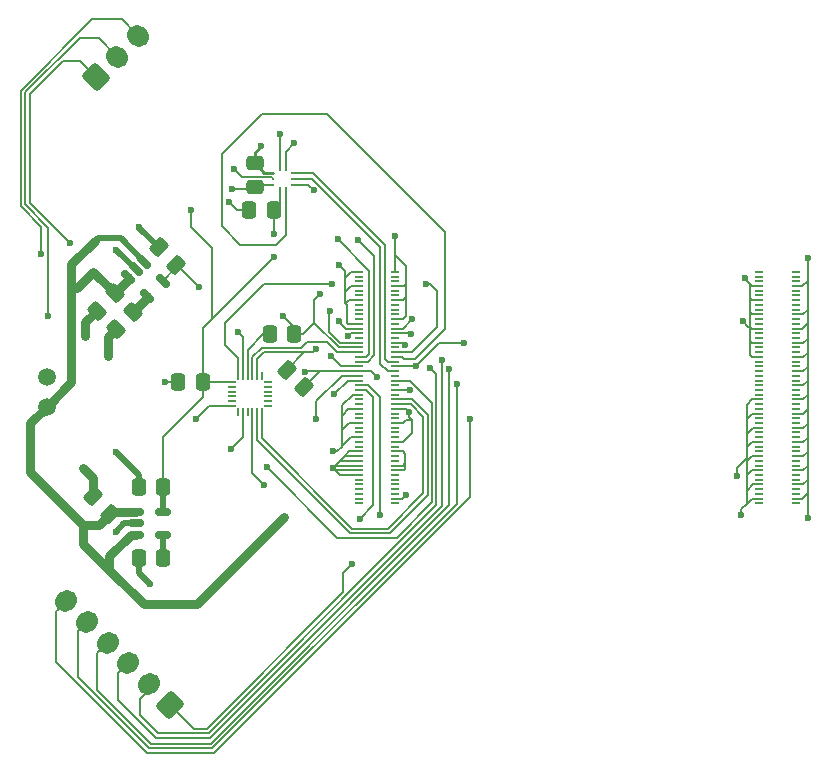
<source format=gbr>
%TF.GenerationSoftware,KiCad,Pcbnew,8.0.4*%
%TF.CreationDate,2025-02-21T19:34:28-08:00*%
%TF.ProjectId,IO:Sensor Board,494f3a53-656e-4736-9f72-20426f617264,rev?*%
%TF.SameCoordinates,Original*%
%TF.FileFunction,Copper,L1,Top*%
%TF.FilePolarity,Positive*%
%FSLAX46Y46*%
G04 Gerber Fmt 4.6, Leading zero omitted, Abs format (unit mm)*
G04 Created by KiCad (PCBNEW 8.0.4) date 2025-02-21 19:34:28*
%MOMM*%
%LPD*%
G01*
G04 APERTURE LIST*
G04 Aperture macros list*
%AMRoundRect*
0 Rectangle with rounded corners*
0 $1 Rounding radius*
0 $2 $3 $4 $5 $6 $7 $8 $9 X,Y pos of 4 corners*
0 Add a 4 corners polygon primitive as box body*
4,1,4,$2,$3,$4,$5,$6,$7,$8,$9,$2,$3,0*
0 Add four circle primitives for the rounded corners*
1,1,$1+$1,$2,$3*
1,1,$1+$1,$4,$5*
1,1,$1+$1,$6,$7*
1,1,$1+$1,$8,$9*
0 Add four rect primitives between the rounded corners*
20,1,$1+$1,$2,$3,$4,$5,0*
20,1,$1+$1,$4,$5,$6,$7,0*
20,1,$1+$1,$6,$7,$8,$9,0*
20,1,$1+$1,$8,$9,$2,$3,0*%
%AMHorizOval*
0 Thick line with rounded ends*
0 $1 width*
0 $2 $3 position (X,Y) of the first rounded end (center of the circle)*
0 $4 $5 position (X,Y) of the second rounded end (center of the circle)*
0 Add line between two ends*
20,1,$1,$2,$3,$4,$5,0*
0 Add two circle primitives to create the rounded ends*
1,1,$1,$2,$3*
1,1,$1,$4,$5*%
G04 Aperture macros list end*
%TA.AperFunction,SMDPad,CuDef*%
%ADD10RoundRect,0.150000X-0.468458X0.256326X0.256326X-0.468458X0.468458X-0.256326X-0.256326X0.468458X0*%
%TD*%
%TA.AperFunction,SMDPad,CuDef*%
%ADD11RoundRect,0.150000X-0.512500X-0.150000X0.512500X-0.150000X0.512500X0.150000X-0.512500X0.150000X0*%
%TD*%
%TA.AperFunction,SMDPad,CuDef*%
%ADD12RoundRect,0.250000X-0.574524X-0.097227X-0.097227X-0.574524X0.574524X0.097227X0.097227X0.574524X0*%
%TD*%
%TA.AperFunction,SMDPad,CuDef*%
%ADD13RoundRect,0.250000X-0.337500X-0.475000X0.337500X-0.475000X0.337500X0.475000X-0.337500X0.475000X0*%
%TD*%
%TA.AperFunction,SMDPad,CuDef*%
%ADD14RoundRect,0.250000X0.097227X-0.574524X0.574524X-0.097227X-0.097227X0.574524X-0.574524X0.097227X0*%
%TD*%
%TA.AperFunction,ComponentPad*%
%ADD15HorizOval,1.700000X-0.088388X0.088388X0.088388X-0.088388X0*%
%TD*%
%TA.AperFunction,ComponentPad*%
%ADD16RoundRect,0.250000X0.088388X-0.936916X0.936916X-0.088388X-0.088388X0.936916X-0.936916X0.088388X0*%
%TD*%
%TA.AperFunction,SMDPad,CuDef*%
%ADD17RoundRect,0.250000X0.337500X0.475000X-0.337500X0.475000X-0.337500X-0.475000X0.337500X-0.475000X0*%
%TD*%
%TA.AperFunction,SMDPad,CuDef*%
%ADD18R,0.700000X0.200000*%
%TD*%
%TA.AperFunction,SMDPad,CuDef*%
%ADD19R,0.254000X0.254000*%
%TD*%
%TA.AperFunction,SMDPad,CuDef*%
%ADD20R,0.254000X0.279400*%
%TD*%
%TA.AperFunction,ComponentPad*%
%ADD21C,1.498600*%
%TD*%
%TA.AperFunction,SMDPad,CuDef*%
%ADD22RoundRect,0.250000X0.475000X-0.337500X0.475000X0.337500X-0.475000X0.337500X-0.475000X-0.337500X0*%
%TD*%
%TA.AperFunction,SMDPad,CuDef*%
%ADD23R,0.203200X0.660400*%
%TD*%
%TA.AperFunction,SMDPad,CuDef*%
%ADD24R,0.660400X0.203200*%
%TD*%
%TA.AperFunction,ComponentPad*%
%ADD25HorizOval,1.700000X0.088388X0.088388X-0.088388X-0.088388X0*%
%TD*%
%TA.AperFunction,ComponentPad*%
%ADD26RoundRect,0.250000X0.936916X0.088388X0.088388X0.936916X-0.936916X-0.088388X-0.088388X-0.936916X0*%
%TD*%
%TA.AperFunction,ViaPad*%
%ADD27C,0.600000*%
%TD*%
%TA.AperFunction,Conductor*%
%ADD28C,0.750000*%
%TD*%
%TA.AperFunction,Conductor*%
%ADD29C,0.200000*%
%TD*%
%TA.AperFunction,Conductor*%
%ADD30C,0.175000*%
%TD*%
%TA.AperFunction,Conductor*%
%ADD31C,0.500000*%
%TD*%
%TA.AperFunction,Conductor*%
%ADD32C,0.250000*%
%TD*%
G04 APERTURE END LIST*
D10*
%TO.P,U5,1,IN*%
%TO.N,+5V*%
X142017417Y-93523915D03*
%TO.P,U5,2,GND*%
%TO.N,GND*%
X141345666Y-94195666D03*
%TO.P,U5,3,EN*%
%TO.N,+5V*%
X140673915Y-94867417D03*
%TO.P,U5,4,BP*%
%TO.N,Net-(U5-BP)*%
X142282583Y-96476085D03*
%TO.P,U5,5,OUT*%
%TO.N,+1.8V*%
X143626085Y-95132583D03*
%TD*%
D11*
%TO.P,U3,5,OUT*%
%TO.N,+3.3V_b*%
X143650000Y-114750000D03*
%TO.P,U3,4,BP*%
%TO.N,Net-(U3-BP)*%
X143650000Y-116650000D03*
%TO.P,U3,3,EN*%
%TO.N,+5V*%
X141375000Y-116650000D03*
%TO.P,U3,2,GND*%
%TO.N,GND*%
X141375000Y-115700000D03*
%TO.P,U3,1,IN*%
%TO.N,+5V*%
X141375000Y-114750000D03*
%TD*%
D12*
%TO.P,C8,2*%
%TO.N,+1.8V*%
X144766294Y-93797919D03*
%TO.P,C8,1*%
%TO.N,GND*%
X143299048Y-92330673D03*
%TD*%
D13*
%TO.P,C7,2*%
%TO.N,+3.3V_b*%
X143650000Y-112650000D03*
%TO.P,C7,1*%
%TO.N,GND*%
X141575000Y-112650000D03*
%TD*%
D14*
%TO.P,C6,2*%
%TO.N,Net-(U5-BP)*%
X141115856Y-97801911D03*
%TO.P,C6,1*%
%TO.N,GND*%
X139648610Y-99269157D03*
%TD*%
D13*
%TO.P,C5,2*%
%TO.N,Net-(U3-BP)*%
X143650000Y-118650000D03*
%TO.P,C5,1*%
%TO.N,GND*%
X141575000Y-118650000D03*
%TD*%
D14*
%TO.P,C4,2*%
%TO.N,+5V*%
X139524865Y-96210920D03*
%TO.P,C4,1*%
%TO.N,GND*%
X138057619Y-97678166D03*
%TD*%
D12*
%TO.P,C1,1*%
%TO.N,GND*%
X137666377Y-113416377D03*
%TO.P,C1,2*%
%TO.N,+5V*%
X139133623Y-114883623D03*
%TD*%
D15*
%TO.P,J1,3,3*%
%TO.N,PYRO_3*%
X141500000Y-74400000D03*
%TO.P,J1,2,2*%
%TO.N,PYRO_2*%
X139732233Y-76167767D03*
D16*
%TO.P,J1,1,1*%
%TO.N,PYRO_1*%
X137964466Y-77935534D03*
%TD*%
D17*
%TO.P,C3,2*%
%TO.N,GND*%
X150925000Y-89150000D03*
%TO.P,C3,1*%
%TO.N,+3.3V_b*%
X153000000Y-89150000D03*
%TD*%
D18*
%TO.P,Module1,1,GND*%
%TO.N,GND*%
X160199850Y-94400000D03*
%TO.P,Module1,2,GND*%
X163279850Y-94400000D03*
%TO.P,Module1,3,Ethernet_Pair3_P*%
%TO.N,unconnected-(Module1A-Ethernet_Pair3_P-Pad3)*%
X160199850Y-94800000D03*
%TO.P,Module1,4,Ethernet_Pair1_P*%
%TO.N,unconnected-(Module1A-Ethernet_Pair1_P-Pad4)*%
X163279850Y-94800000D03*
%TO.P,Module1,5,Ethernet_Pair3_N*%
%TO.N,unconnected-(Module1A-Ethernet_Pair3_N-Pad5)*%
X160199850Y-95200000D03*
%TO.P,Module1,6,Ethernet_Pair1_N*%
%TO.N,unconnected-(Module1A-Ethernet_Pair1_N-Pad6)*%
X163279850Y-95200000D03*
%TO.P,Module1,7,GND*%
%TO.N,GND*%
X160199850Y-95600000D03*
%TO.P,Module1,8,GND*%
X163279850Y-95600000D03*
%TO.P,Module1,9,Ethernet_Pair2_N*%
%TO.N,unconnected-(Module1A-Ethernet_Pair2_N-Pad9)*%
X160199850Y-96000000D03*
%TO.P,Module1,10,Ethernet_Pair0_N*%
%TO.N,unconnected-(Module1A-Ethernet_Pair0_N-Pad10)*%
X163279850Y-96000000D03*
%TO.P,Module1,11,Ethernet_Pair2_P*%
%TO.N,unconnected-(Module1A-Ethernet_Pair2_P-Pad11)*%
X160199850Y-96400000D03*
%TO.P,Module1,12,Ethernet_Pair0_P*%
%TO.N,unconnected-(Module1A-Ethernet_Pair0_P-Pad12)*%
X163279850Y-96400000D03*
%TO.P,Module1,13,GND*%
%TO.N,GND*%
X160199850Y-96800000D03*
%TO.P,Module1,14,GND*%
X163279850Y-96800000D03*
%TO.P,Module1,15,Ethernet_nLED3(3.3v)*%
%TO.N,unconnected-(Module1A-Ethernet_nLED3(3.3v)-Pad15)*%
X160199850Y-97200000D03*
%TO.P,Module1,16,Ethernet_SYNC_IN(1.8v)*%
%TO.N,unconnected-(Module1A-Ethernet_SYNC_IN(1.8v)-Pad16)*%
X163279850Y-97200000D03*
%TO.P,Module1,17,Ethernet_nLED2(3.3v)*%
%TO.N,unconnected-(Module1A-Ethernet_nLED2(3.3v)-Pad17)*%
X160199850Y-97600000D03*
%TO.P,Module1,18,Ethernet_SYNC_OUT(1.8v)*%
%TO.N,unconnected-(Module1A-Ethernet_SYNC_OUT(1.8v)-Pad18)*%
X163279850Y-97600000D03*
%TO.P,Module1,19,Ethernet_nLED1(3.3v)*%
%TO.N,unconnected-(Module1A-Ethernet_nLED1(3.3v)-Pad19)*%
X160199850Y-98000000D03*
%TO.P,Module1,20,EEPROM_nWP*%
%TO.N,unconnected-(Module1A-EEPROM_nWP-Pad20)*%
X163279850Y-98000000D03*
%TO.P,Module1,21,PI_nLED_Activity*%
%TO.N,unconnected-(Module1A-PI_nLED_Activity-Pad21)*%
X160199850Y-98400000D03*
%TO.P,Module1,22,GND*%
%TO.N,GND*%
X163279850Y-98400000D03*
%TO.P,Module1,23,GND*%
X160199850Y-98800000D03*
%TO.P,Module1,24,GPIO26*%
%TO.N,unconnected-(Module1A-GPIO26-Pad24)*%
X163279850Y-98800000D03*
%TO.P,Module1,25,GPIO21*%
%TO.N,PYRO_4*%
X160199850Y-99200000D03*
%TO.P,Module1,26,GPIO19*%
%TO.N,SERVO_3*%
X163279850Y-99200000D03*
%TO.P,Module1,27,GPIO20*%
%TO.N,PYRO_5*%
X160199850Y-99600000D03*
%TO.P,Module1,28,GPIO13*%
%TO.N,SERVO_2*%
X163279850Y-99600000D03*
%TO.P,Module1,29,GPIO16*%
%TO.N,unconnected-(Module1A-GPIO16-Pad29)*%
X160199850Y-100000000D03*
%TO.P,Module1,30,GPIO6*%
%TO.N,unconnected-(Module1A-GPIO6-Pad30)*%
X163279850Y-100000000D03*
%TO.P,Module1,31,GPIO12*%
%TO.N,SERVO_4*%
X160199850Y-100400000D03*
%TO.P,Module1,32,GND*%
%TO.N,GND*%
X163279850Y-100400000D03*
%TO.P,Module1,33,GND*%
X160199850Y-100800000D03*
%TO.P,Module1,34,GPIO5*%
%TO.N,unconnected-(Module1A-GPIO5-Pad34)*%
X163279850Y-100800000D03*
%TO.P,Module1,35,ID_SC*%
%TO.N,ICM_MISO*%
X160199850Y-101200000D03*
%TO.P,Module1,36,ID_SD*%
%TO.N,ICM_INT*%
X163279850Y-101200000D03*
%TO.P,Module1,37,GPIO7*%
%TO.N,BMP_CS*%
X160199850Y-101600000D03*
%TO.P,Module1,38,GPIO11*%
%TO.N,BMP_CLK*%
X163279850Y-101600000D03*
%TO.P,Module1,39,GPIO8*%
%TO.N,BMP_INT*%
X160199850Y-102000000D03*
%TO.P,Module1,40,GPIO9*%
%TO.N,BMP_MISO*%
X163279850Y-102000000D03*
%TO.P,Module1,41,GPIO25*%
%TO.N,PYRO_1*%
X160199850Y-102400000D03*
%TO.P,Module1,42,GND*%
%TO.N,GND*%
X163279850Y-102400000D03*
%TO.P,Module1,43,GND*%
X160199850Y-102800000D03*
%TO.P,Module1,44,GPIO10*%
%TO.N,BMP_MOSI*%
X163279850Y-102800000D03*
%TO.P,Module1,45,GPIO24*%
%TO.N,ICM_CS*%
X160199850Y-103200000D03*
%TO.P,Module1,46,GPIO22*%
%TO.N,unconnected-(Module1A-GPIO22-Pad46)*%
X163279850Y-103200000D03*
%TO.P,Module1,47,GPIO23*%
%TO.N,PYRO_3*%
X160199850Y-103600000D03*
%TO.P,Module1,48,GPIO27*%
%TO.N,FSYNC*%
X163279850Y-103600000D03*
%TO.P,Module1,49,GPIO18*%
%TO.N,SERVO_1*%
X160199850Y-104000000D03*
%TO.P,Module1,50,GPIO17*%
%TO.N,unconnected-(Module1A-GPIO17-Pad50)*%
X163279850Y-104000000D03*
%TO.P,Module1,51,GPIO15*%
%TO.N,PYRO_2*%
X160199850Y-104400000D03*
%TO.P,Module1,52,GND*%
%TO.N,GND*%
X163279850Y-104400000D03*
%TO.P,Module1,53,GND*%
X160199850Y-104800000D03*
%TO.P,Module1,54,GPIO4*%
%TO.N,unconnected-(Module1A-GPIO4-Pad54)*%
X163279850Y-104800000D03*
%TO.P,Module1,55,GPIO14*%
%TO.N,unconnected-(Module1A-GPIO14-Pad55)*%
X160199850Y-105200000D03*
%TO.P,Module1,56,GPIO3*%
%TO.N,ICM_CLK*%
X163279850Y-105200000D03*
%TO.P,Module1,57,SD_CLK*%
%TO.N,unconnected-(Module1A-SD_CLK-Pad57)*%
X160199850Y-105600000D03*
%TO.P,Module1,58,GPIO2*%
%TO.N,ICM_MOSI*%
X163279850Y-105600000D03*
%TO.P,Module1,59,GND*%
%TO.N,GND*%
X160199850Y-106000000D03*
%TO.P,Module1,60,GND*%
X163279850Y-106000000D03*
%TO.P,Module1,61,SD_DAT3*%
%TO.N,unconnected-(Module1A-SD_DAT3-Pad61)*%
X160199850Y-106400000D03*
%TO.P,Module1,62,SD_CMD*%
%TO.N,unconnected-(Module1A-SD_CMD-Pad62)*%
X163279850Y-106400000D03*
%TO.P,Module1,63,SD_DAT0*%
%TO.N,unconnected-(Module1A-SD_DAT0-Pad63)*%
X160199850Y-106800000D03*
%TO.P,Module1,64,SD_DAT5*%
%TO.N,unconnected-(Module1A-SD_DAT5-Pad64)*%
X163279850Y-106800000D03*
%TO.P,Module1,65,GND*%
%TO.N,GND*%
X160199850Y-107200000D03*
%TO.P,Module1,66,GND*%
X163279850Y-107200000D03*
%TO.P,Module1,67,SD_DAT1*%
%TO.N,unconnected-(Module1A-SD_DAT1-Pad67)*%
X160199850Y-107600000D03*
%TO.P,Module1,68,SD_DAT4*%
%TO.N,unconnected-(Module1A-SD_DAT4-Pad68)*%
X163279850Y-107600000D03*
%TO.P,Module1,69,SD_DAT2*%
%TO.N,unconnected-(Module1A-SD_DAT2-Pad69)*%
X160199850Y-108000000D03*
%TO.P,Module1,70,SD_DAT7*%
%TO.N,unconnected-(Module1A-SD_DAT7-Pad70)*%
X163279850Y-108000000D03*
%TO.P,Module1,71,GND*%
%TO.N,GND*%
X160199850Y-108400000D03*
%TO.P,Module1,72,SD_DAT6*%
%TO.N,unconnected-(Module1A-SD_DAT6-Pad72)*%
X163279850Y-108400000D03*
%TO.P,Module1,73,SD_VDD_Override*%
%TO.N,unconnected-(Module1A-SD_VDD_Override-Pad73)*%
X160199850Y-108800000D03*
%TO.P,Module1,74,GND*%
%TO.N,GND*%
X163279850Y-108800000D03*
%TO.P,Module1,75,SD_PWR_ON*%
%TO.N,unconnected-(Module1A-SD_PWR_ON-Pad75)*%
X160199850Y-109200000D03*
%TO.P,Module1,76,Reserved*%
%TO.N,unconnected-(Module1A-Reserved-Pad76)*%
X163279850Y-109200000D03*
%TO.P,Module1,77,+5v_(Input)*%
%TO.N,+5V*%
X160199850Y-109600000D03*
%TO.P,Module1,78,GPIO_VREF(1.8v/3.3v_Input)*%
%TO.N,+3.3V_a*%
X163279850Y-109600000D03*
%TO.P,Module1,79,+5v_(Input)*%
%TO.N,+5V*%
X160199850Y-110000000D03*
%TO.P,Module1,80,SCL0*%
%TO.N,SCL_1*%
X163279850Y-110000000D03*
%TO.P,Module1,81,+5v_(Input)*%
%TO.N,+5V*%
X160199850Y-110400000D03*
%TO.P,Module1,82,SDA0*%
%TO.N,SDA_1*%
X163279850Y-110400000D03*
%TO.P,Module1,83,+5v_(Input)*%
%TO.N,+5V*%
X160199850Y-110800000D03*
%TO.P,Module1,84,+3.3v_(Output)*%
%TO.N,+3.3V_a*%
X163279850Y-110800000D03*
%TO.P,Module1,85,+5v_(Input)*%
%TO.N,+5V*%
X160199850Y-111200000D03*
%TO.P,Module1,86,+3.3v_(Output)*%
%TO.N,+3.3V_a*%
X163279850Y-111200000D03*
%TO.P,Module1,87,+5v_(Input)*%
%TO.N,+5V*%
X160199850Y-111600000D03*
%TO.P,Module1,88,+1.8v_(Output)*%
%TO.N,unconnected-(Module1A-+1.8v_(Output)-Pad88)*%
X163279850Y-111600000D03*
%TO.P,Module1,89,WiFi_nDisable*%
%TO.N,unconnected-(Module1A-WiFi_nDisable-Pad89)*%
X160199850Y-112000000D03*
%TO.P,Module1,90,+1.8v_(Output)*%
%TO.N,unconnected-(Module1A-+1.8v_(Output)-Pad90)*%
X163279850Y-112000000D03*
%TO.P,Module1,91,BT_nDisable*%
%TO.N,unconnected-(Module1A-BT_nDisable-Pad91)*%
X160199850Y-112400000D03*
%TO.P,Module1,92,RUN_PG*%
%TO.N,unconnected-(Module1A-RUN_PG-Pad92)*%
X163279850Y-112400000D03*
%TO.P,Module1,93,nRPIBOOT*%
%TO.N,unconnected-(Module1A-nRPIBOOT-Pad93)*%
X160199850Y-112800000D03*
%TO.P,Module1,94,AnalogIP1*%
%TO.N,unconnected-(Module1A-AnalogIP1-Pad94)*%
X163279850Y-112800000D03*
%TO.P,Module1,95,nPI_LED_PWR*%
%TO.N,unconnected-(Module1A-nPI_LED_PWR-Pad95)*%
X160199850Y-113200000D03*
%TO.P,Module1,96,AnalogIP0*%
%TO.N,unconnected-(Module1A-AnalogIP0-Pad96)*%
X163279850Y-113200000D03*
%TO.P,Module1,97,Camera_GPIO*%
%TO.N,unconnected-(Module1A-Camera_GPIO-Pad97)*%
X160199850Y-113600000D03*
%TO.P,Module1,98,GND*%
%TO.N,GND*%
X163279850Y-113600000D03*
%TO.P,Module1,99,Global_EN*%
%TO.N,unconnected-(Module1A-Global_EN-Pad99)*%
X160199850Y-114000000D03*
%TO.P,Module1,100,nEXTRST*%
%TO.N,unconnected-(Module1A-nEXTRST-Pad100)*%
X163279850Y-114000000D03*
%TO.P,Module1,101,USB_OTG_ID*%
%TO.N,unconnected-(Module1B-USB_OTG_ID-Pad101)*%
X194119850Y-94400000D03*
%TO.P,Module1,102,PCIe_CLK_nREQ*%
%TO.N,unconnected-(Module1B-PCIe_CLK_nREQ-Pad102)*%
X197199850Y-94400000D03*
%TO.P,Module1,103,USB2_N*%
%TO.N,unconnected-(Module1B-USB2_N-Pad103)*%
X194119850Y-94800000D03*
%TO.P,Module1,104,Reserved*%
%TO.N,unconnected-(Module1B-Reserved-Pad104)*%
X197199850Y-94800000D03*
%TO.P,Module1,105,USB2_P*%
%TO.N,unconnected-(Module1B-USB2_P-Pad105)*%
X194119850Y-95200000D03*
%TO.P,Module1,106,Reserved*%
%TO.N,unconnected-(Module1B-Reserved-Pad106)*%
X197199850Y-95200000D03*
%TO.P,Module1,107,GND*%
%TO.N,GND*%
X194119850Y-95600000D03*
%TO.P,Module1,108,GND*%
X197199850Y-95600000D03*
%TO.P,Module1,109,PCIe_nRST*%
%TO.N,unconnected-(Module1B-PCIe_nRST-Pad109)*%
X194119850Y-96000000D03*
%TO.P,Module1,110,PCIe_CLK_P*%
%TO.N,unconnected-(Module1B-PCIe_CLK_P-Pad110)*%
X197199850Y-96000000D03*
%TO.P,Module1,111,VDAC_COMP*%
%TO.N,unconnected-(Module1B-VDAC_COMP-Pad111)*%
X194119850Y-96400000D03*
%TO.P,Module1,112,PCIe_CLK_N*%
%TO.N,unconnected-(Module1B-PCIe_CLK_N-Pad112)*%
X197199850Y-96400000D03*
%TO.P,Module1,113,GND*%
%TO.N,GND*%
X194119850Y-96800000D03*
%TO.P,Module1,114,GND*%
%TO.N,unconnected-(Module1B-GND-Pad114)*%
X197199850Y-96800000D03*
%TO.P,Module1,115,CAM1_D0_N*%
%TO.N,unconnected-(Module1B-CAM1_D0_N-Pad115)*%
X194119850Y-97200000D03*
%TO.P,Module1,116,PCIe_RX_P*%
%TO.N,unconnected-(Module1B-PCIe_RX_P-Pad116)*%
X197199850Y-97200000D03*
%TO.P,Module1,117,CAM1_D0_P*%
%TO.N,unconnected-(Module1B-CAM1_D0_P-Pad117)*%
X194119850Y-97600000D03*
%TO.P,Module1,118,PCIe_RX_N*%
%TO.N,unconnected-(Module1B-PCIe_RX_N-Pad118)*%
X197199850Y-97600000D03*
%TO.P,Module1,119,GND*%
%TO.N,GND*%
X194119850Y-98000000D03*
%TO.P,Module1,120,GND*%
X197199850Y-98000000D03*
%TO.P,Module1,121,CAM1_D1_N*%
%TO.N,unconnected-(Module1B-CAM1_D1_N-Pad121)*%
X194119850Y-98400000D03*
%TO.P,Module1,122,PCIe_TX_P*%
%TO.N,unconnected-(Module1B-PCIe_TX_P-Pad122)*%
X197199850Y-98400000D03*
%TO.P,Module1,123,CAM1_D1_P*%
%TO.N,unconnected-(Module1B-CAM1_D1_P-Pad123)*%
X194119850Y-98800000D03*
%TO.P,Module1,124,PCIe_TX_N*%
%TO.N,unconnected-(Module1B-PCIe_TX_N-Pad124)*%
X197199850Y-98800000D03*
%TO.P,Module1,125,GND*%
%TO.N,GND*%
X194119850Y-99200000D03*
%TO.P,Module1,126,GND*%
X197199850Y-99200000D03*
%TO.P,Module1,127,CAM1_C_N*%
%TO.N,unconnected-(Module1B-CAM1_C_N-Pad127)*%
X194119850Y-99600000D03*
%TO.P,Module1,128,CAM0_D0_N*%
%TO.N,unconnected-(Module1B-CAM0_D0_N-Pad128)*%
X197199850Y-99600000D03*
%TO.P,Module1,129,CAM1_C_P*%
%TO.N,unconnected-(Module1B-CAM1_C_P-Pad129)*%
X194119850Y-100000000D03*
%TO.P,Module1,130,CAM0_D0_P*%
%TO.N,unconnected-(Module1B-CAM0_D0_P-Pad130)*%
X197199850Y-100000000D03*
%TO.P,Module1,131,GND*%
%TO.N,GND*%
X194119850Y-100400000D03*
%TO.P,Module1,132,GND*%
X197199850Y-100400000D03*
%TO.P,Module1,133,CAM1_D2_N*%
%TO.N,unconnected-(Module1B-CAM1_D2_N-Pad133)*%
X194119850Y-100800000D03*
%TO.P,Module1,134,CAM0_D1_N*%
%TO.N,unconnected-(Module1B-CAM0_D1_N-Pad134)*%
X197199850Y-100800000D03*
%TO.P,Module1,135,CAM1_D2_P*%
%TO.N,unconnected-(Module1B-CAM1_D2_P-Pad135)*%
X194119850Y-101200000D03*
%TO.P,Module1,136,CAM0_D1_P*%
%TO.N,unconnected-(Module1B-CAM0_D1_P-Pad136)*%
X197199850Y-101200000D03*
%TO.P,Module1,137,GND*%
%TO.N,GND*%
X194119850Y-101600000D03*
%TO.P,Module1,138,GND*%
X197199850Y-101600000D03*
%TO.P,Module1,139,CAM1_D3_N*%
%TO.N,unconnected-(Module1B-CAM1_D3_N-Pad139)*%
X194119850Y-102000000D03*
%TO.P,Module1,140,CAM0_C_N*%
%TO.N,unconnected-(Module1B-CAM0_C_N-Pad140)*%
X197199850Y-102000000D03*
%TO.P,Module1,141,CAM1_D3_P*%
%TO.N,unconnected-(Module1B-CAM1_D3_P-Pad141)*%
X194119850Y-102400000D03*
%TO.P,Module1,142,CAM0_C_P*%
%TO.N,unconnected-(Module1B-CAM0_C_P-Pad142)*%
X197199850Y-102400000D03*
%TO.P,Module1,143,HDMI1_HOTPLUG*%
%TO.N,unconnected-(Module1B-HDMI1_HOTPLUG-Pad143)*%
X194119850Y-102800000D03*
%TO.P,Module1,144,GND*%
%TO.N,GND*%
X197199850Y-102800000D03*
%TO.P,Module1,145,HDMI1_SDA*%
%TO.N,unconnected-(Module1B-HDMI1_SDA-Pad145)*%
X194119850Y-103200000D03*
%TO.P,Module1,146,HDMI1_TX2_P*%
%TO.N,unconnected-(Module1B-HDMI1_TX2_P-Pad146)*%
X197199850Y-103200000D03*
%TO.P,Module1,147,HDMI1_SCL*%
%TO.N,unconnected-(Module1B-HDMI1_SCL-Pad147)*%
X194119850Y-103600000D03*
%TO.P,Module1,148,HDMI1_TX2_N*%
%TO.N,unconnected-(Module1B-HDMI1_TX2_N-Pad148)*%
X197199850Y-103600000D03*
%TO.P,Module1,149,HDMI1_CEC*%
%TO.N,unconnected-(Module1B-HDMI1_CEC-Pad149)*%
X194119850Y-104000000D03*
%TO.P,Module1,150,GND*%
%TO.N,GND*%
X197199850Y-104000000D03*
%TO.P,Module1,151,HDMI0_CEC*%
%TO.N,unconnected-(Module1B-HDMI0_CEC-Pad151)*%
X194119850Y-104400000D03*
%TO.P,Module1,152,HDMI1_TX1_P*%
%TO.N,unconnected-(Module1B-HDMI1_TX1_P-Pad152)*%
X197199850Y-104400000D03*
%TO.P,Module1,153,HDMI0_HOTPLUG*%
%TO.N,unconnected-(Module1B-HDMI0_HOTPLUG-Pad153)*%
X194119850Y-104800000D03*
%TO.P,Module1,154,HDMI1_TX1_N*%
%TO.N,unconnected-(Module1B-HDMI1_TX1_N-Pad154)*%
X197199850Y-104800000D03*
%TO.P,Module1,155,GND*%
%TO.N,GND*%
X194119850Y-105200000D03*
%TO.P,Module1,156,GND*%
X197199850Y-105200000D03*
%TO.P,Module1,157,DSI0_D0_N*%
%TO.N,unconnected-(Module1B-DSI0_D0_N-Pad157)*%
X194119850Y-105600000D03*
%TO.P,Module1,158,HDMI1_TX0_P*%
%TO.N,unconnected-(Module1B-HDMI1_TX0_P-Pad158)*%
X197199850Y-105600000D03*
%TO.P,Module1,159,DSI0_D0_P*%
%TO.N,unconnected-(Module1B-DSI0_D0_P-Pad159)*%
X194119850Y-106000000D03*
%TO.P,Module1,160,HDMI1_TX0_N*%
%TO.N,unconnected-(Module1B-HDMI1_TX0_N-Pad160)*%
X197199850Y-106000000D03*
%TO.P,Module1,161,GND*%
%TO.N,GND*%
X194119850Y-106400000D03*
%TO.P,Module1,162,GND*%
X197199850Y-106400000D03*
%TO.P,Module1,163,DSI0_D1_N*%
%TO.N,unconnected-(Module1B-DSI0_D1_N-Pad163)*%
X194119850Y-106800000D03*
%TO.P,Module1,164,HDMI1_CLK_P*%
%TO.N,unconnected-(Module1B-HDMI1_CLK_P-Pad164)*%
X197199850Y-106800000D03*
%TO.P,Module1,165,DSI0_D1_P*%
%TO.N,unconnected-(Module1B-DSI0_D1_P-Pad165)*%
X194119850Y-107200000D03*
%TO.P,Module1,166,HDMI1_CLK_N*%
%TO.N,unconnected-(Module1B-HDMI1_CLK_N-Pad166)*%
X197199850Y-107200000D03*
%TO.P,Module1,167,GND*%
%TO.N,GND*%
X194119850Y-107600000D03*
%TO.P,Module1,168,GND*%
X197199850Y-107600000D03*
%TO.P,Module1,169,DSI0_C_N*%
%TO.N,unconnected-(Module1B-DSI0_C_N-Pad169)*%
X194119850Y-108000000D03*
%TO.P,Module1,170,HDMI0_TX2_P*%
%TO.N,unconnected-(Module1B-HDMI0_TX2_P-Pad170)*%
X197199850Y-108000000D03*
%TO.P,Module1,171,DSI0_C_P*%
%TO.N,unconnected-(Module1B-DSI0_C_P-Pad171)*%
X194119850Y-108400000D03*
%TO.P,Module1,172,HDMI0_TX2_N*%
%TO.N,unconnected-(Module1B-HDMI0_TX2_N-Pad172)*%
X197199850Y-108400000D03*
%TO.P,Module1,173,GND*%
%TO.N,GND*%
X194119850Y-108800000D03*
%TO.P,Module1,174,GND*%
X197199850Y-108800000D03*
%TO.P,Module1,175,DSI1_D0_N*%
%TO.N,unconnected-(Module1B-DSI1_D0_N-Pad175)*%
X194119850Y-109200000D03*
%TO.P,Module1,176,HDMI0_TX1_P*%
%TO.N,unconnected-(Module1B-HDMI0_TX1_P-Pad176)*%
X197199850Y-109200000D03*
%TO.P,Module1,177,DSI1_D0_P*%
%TO.N,unconnected-(Module1B-DSI1_D0_P-Pad177)*%
X194119850Y-109600000D03*
%TO.P,Module1,178,HDMI0_TX1_N*%
%TO.N,unconnected-(Module1B-HDMI0_TX1_N-Pad178)*%
X197199850Y-109600000D03*
%TO.P,Module1,179,GND*%
%TO.N,GND*%
X194119850Y-110000000D03*
%TO.P,Module1,180,GND*%
X197199850Y-110000000D03*
%TO.P,Module1,181,DSI1_D1_N*%
%TO.N,unconnected-(Module1B-DSI1_D1_N-Pad181)*%
X194119850Y-110400000D03*
%TO.P,Module1,182,HDMI0_TX0_P*%
%TO.N,unconnected-(Module1B-HDMI0_TX0_P-Pad182)*%
X197199850Y-110400000D03*
%TO.P,Module1,183,DSI1_D1_P*%
%TO.N,unconnected-(Module1B-DSI1_D1_P-Pad183)*%
X194119850Y-110800000D03*
%TO.P,Module1,184,HDMI0_TX0_N*%
%TO.N,unconnected-(Module1B-HDMI0_TX0_N-Pad184)*%
X197199850Y-110800000D03*
%TO.P,Module1,185,GND*%
%TO.N,GND*%
X194119850Y-111200000D03*
%TO.P,Module1,186,GND*%
X197199850Y-111200000D03*
%TO.P,Module1,187,DSI1_C_N*%
%TO.N,unconnected-(Module1B-DSI1_C_N-Pad187)*%
X194119850Y-111600000D03*
%TO.P,Module1,188,HDMI0_CLK_P*%
%TO.N,unconnected-(Module1B-HDMI0_CLK_P-Pad188)*%
X197199850Y-111600000D03*
%TO.P,Module1,189,DSI1_C_P*%
%TO.N,unconnected-(Module1B-DSI1_C_P-Pad189)*%
X194119850Y-112000000D03*
%TO.P,Module1,190,HDMI0_CLK_N*%
%TO.N,unconnected-(Module1B-HDMI0_CLK_N-Pad190)*%
X197199850Y-112000000D03*
%TO.P,Module1,191,GND*%
%TO.N,GND*%
X194119850Y-112400000D03*
%TO.P,Module1,192,GND*%
X197199850Y-112400000D03*
%TO.P,Module1,193,DSI1_D2_N*%
%TO.N,unconnected-(Module1B-DSI1_D2_N-Pad193)*%
X194119850Y-112800000D03*
%TO.P,Module1,194,DSI1_D3_N*%
%TO.N,unconnected-(Module1B-DSI1_D3_N-Pad194)*%
X197199850Y-112800000D03*
%TO.P,Module1,195,DSI1_D2_P*%
%TO.N,unconnected-(Module1B-DSI1_D2_P-Pad195)*%
X194119850Y-113200000D03*
%TO.P,Module1,196,DSI1_D3_P*%
%TO.N,unconnected-(Module1B-DSI1_D3_P-Pad196)*%
X197199850Y-113200000D03*
%TO.P,Module1,197,GND*%
%TO.N,GND*%
X194119850Y-113600000D03*
%TO.P,Module1,198,GND*%
X197199850Y-113600000D03*
%TO.P,Module1,199,HDMI0_SDA*%
%TO.N,unconnected-(Module1B-HDMI0_SDA-Pad199)*%
X194119850Y-114000000D03*
%TO.P,Module1,200,HDMI0_SCL*%
%TO.N,unconnected-(Module1B-HDMI0_SCL-Pad200)*%
X197199850Y-114000000D03*
%TD*%
D19*
%TO.P,U1,10,VDD*%
%TO.N,+3.3V_b*%
X152976999Y-87010300D03*
%TO.P,U1,9,VSS*%
%TO.N,GND*%
X152976999Y-86510301D03*
%TO.P,U1,8,VSS*%
X152976999Y-86010302D03*
D20*
%TO.P,U1,7,INT*%
%TO.N,BMP_INT*%
X153500000Y-85750000D03*
%TO.P,U1,6,CSB*%
%TO.N,BMP_CS*%
X154000000Y-85750000D03*
D19*
%TO.P,U1,5,SDO*%
%TO.N,BMP_MISO*%
X154523001Y-86010302D03*
%TO.P,U1,4,SDI*%
%TO.N,BMP_MOSI*%
X154523001Y-86510301D03*
%TO.P,U1,3,VSS*%
%TO.N,GND*%
X154523001Y-87010300D03*
D20*
%TO.P,U1,2,SCK*%
%TO.N,BMP_CLK*%
X154000000Y-87270602D03*
%TO.P,U1,1,VDDIO*%
%TO.N,+3.3V_b*%
X153500000Y-87270602D03*
%TD*%
D21*
%TO.P,J4,2,2*%
%TO.N,GND*%
X133770199Y-103316600D03*
%TO.P,J4,1,1*%
%TO.N,+5V*%
X133770199Y-105816600D03*
%TD*%
D12*
%TO.P,C12,1*%
%TO.N,+1.8V*%
X154091377Y-102691377D03*
%TO.P,C12,2*%
%TO.N,GND*%
X155558623Y-104158623D03*
%TD*%
D22*
%TO.P,C2,2*%
%TO.N,GND*%
X151375000Y-85175000D03*
%TO.P,C2,1*%
%TO.N,+3.3V_b*%
X151375000Y-87250000D03*
%TD*%
D17*
%TO.P,C11,1*%
%TO.N,+3.3V_b*%
X147000000Y-103750000D03*
%TO.P,C11,2*%
%TO.N,GND*%
X144925000Y-103750000D03*
%TD*%
D23*
%TO.P,U4,24,SDA/SDI*%
%TO.N,ICM_MOSI*%
X152000001Y-106274000D03*
%TO.P,U4,23,SCL/SCLK*%
%TO.N,ICM_CLK*%
X151599999Y-106274000D03*
%TO.P,U4,22,nCS*%
%TO.N,ICM_CS*%
X151200000Y-106274000D03*
%TO.P,U4,21,AUX_DA*%
%TO.N,unconnected-(U4-AUX_DA-Pad21)*%
X150800000Y-106274000D03*
%TO.P,U4,20,RESV_GND*%
%TO.N,GND*%
X150400001Y-106274000D03*
%TO.P,U4,19,RESV*%
%TO.N,unconnected-(U4-RESV-Pad19)*%
X149999999Y-106274000D03*
D24*
%TO.P,U4,18,GND*%
%TO.N,GND*%
X149476000Y-105750001D03*
%TO.P,U4,17,NC*%
%TO.N,unconnected-(U4-NC-Pad17)*%
X149476000Y-105349999D03*
%TO.P,U4,16,NC*%
%TO.N,unconnected-(U4-NC-Pad16)*%
X149476000Y-104950000D03*
%TO.P,U4,15,NC*%
%TO.N,unconnected-(U4-NC-Pad15)*%
X149476000Y-104550000D03*
%TO.P,U4,14,NC*%
%TO.N,unconnected-(U4-NC-Pad14)*%
X149476000Y-104150001D03*
%TO.P,U4,13,VDD*%
%TO.N,+3.3V_b*%
X149476000Y-103749999D03*
D23*
%TO.P,U4,12,INT1*%
%TO.N,ICM_INT*%
X149999999Y-103226000D03*
%TO.P,U4,11,FSYNC*%
%TO.N,FSYNC*%
X150400001Y-103226000D03*
%TO.P,U4,10,REGOUT*%
%TO.N,Net-(U4-REGOUT)*%
X150800000Y-103226000D03*
%TO.P,U4,9,SDO/AD0*%
%TO.N,ICM_MISO*%
X151200000Y-103226000D03*
%TO.P,U4,8,VDDIO*%
%TO.N,+1.8V*%
X151599999Y-103226000D03*
%TO.P,U4,7,AUX_CL*%
%TO.N,unconnected-(U4-AUX_CL-Pad7)*%
X152000001Y-103226000D03*
D24*
%TO.P,U4,6,NC*%
%TO.N,unconnected-(U4-NC-Pad6)*%
X152524000Y-103749999D03*
%TO.P,U4,5,NC*%
%TO.N,unconnected-(U4-NC-Pad5)*%
X152524000Y-104150001D03*
%TO.P,U4,4,NC*%
%TO.N,unconnected-(U4-NC-Pad4)*%
X152524000Y-104550000D03*
%TO.P,U4,3,NC*%
%TO.N,unconnected-(U4-NC-Pad3)*%
X152524000Y-104950000D03*
%TO.P,U4,2,NC*%
%TO.N,unconnected-(U4-NC-Pad2)*%
X152524000Y-105349999D03*
%TO.P,U4,1,NC*%
%TO.N,unconnected-(U4-NC-Pad1)*%
X152524000Y-105750001D03*
%TD*%
D13*
%TO.P,C13,2*%
%TO.N,GND*%
X154737500Y-99700000D03*
%TO.P,C13,1*%
%TO.N,Net-(U4-REGOUT)*%
X152662500Y-99700000D03*
%TD*%
D25*
%TO.P,J3,6,6*%
%TO.N,PYRO_5*%
X135396699Y-122246699D03*
%TO.P,J3,5,5*%
%TO.N,PYRO_4*%
X137164466Y-124014466D03*
%TO.P,J3,4,4*%
%TO.N,SERVO_4*%
X138932233Y-125782233D03*
%TO.P,J3,3,3*%
%TO.N,SERVO_3*%
X140700000Y-127550000D03*
%TO.P,J3,2,2*%
%TO.N,SERVO_2*%
X142467767Y-129317767D03*
D26*
%TO.P,J3,1,1*%
%TO.N,SERVO_1*%
X144235534Y-131085534D03*
%TD*%
D27*
%TO.N,GND*%
X161750000Y-103300000D03*
X169110000Y-100440000D03*
%TO.N,+3.3V_b*%
X149500000Y-87425000D03*
X146025000Y-89200000D03*
%TO.N,GND*%
X149600000Y-85675000D03*
%TO.N,PYRO_3*%
X133325000Y-92900000D03*
X158125000Y-104775000D03*
%TO.N,GND*%
X153775000Y-98125000D03*
%TO.N,PYRO_1*%
X135750000Y-91950000D03*
X157868223Y-101549074D03*
%TO.N,PYRO_5*%
X169650000Y-106875000D03*
%TO.N,PYRO_4*%
X168500000Y-103900000D03*
X158550000Y-98550000D03*
%TO.N,PYRO_5*%
X159300000Y-99812500D03*
%TO.N,GND*%
X158500000Y-93850000D03*
%TO.N,ICM_INT*%
X157900000Y-95400000D03*
X165900000Y-95400000D03*
%TO.N,SERVO_4*%
X157750000Y-97700000D03*
X167837500Y-102600000D03*
%TO.N,SERVO_3*%
X167250000Y-101900000D03*
X164731156Y-98417913D03*
%TO.N,SERVO_2*%
X164650000Y-99650000D03*
%TO.N,SERVO_1*%
X159650000Y-119150000D03*
X161970000Y-114950000D03*
%TO.N,GND*%
X136850000Y-111000000D03*
%TO.N,+5V*%
X153900000Y-115150000D03*
%TO.N,PYRO_2*%
X133925000Y-98125000D03*
X160265000Y-115285000D03*
%TO.N,+3.3V_b*%
X153050000Y-91200000D03*
X153000000Y-93150000D03*
%TO.N,FSYNC*%
X149950000Y-99500000D03*
X152400000Y-110900000D03*
%TO.N,GND*%
X149400000Y-109400000D03*
%TO.N,BMP_CS*%
X154750000Y-83500000D03*
%TO.N,BMP_INT*%
X153500000Y-82687500D03*
%TO.N,BMP_CS*%
X158450000Y-91650000D03*
%TO.N,BMP_INT*%
X160100000Y-91700000D03*
%TO.N,+1.8V*%
X156600000Y-100950000D03*
%TO.N,ICM_CS*%
X152200000Y-112450000D03*
X156600000Y-106875000D03*
%TO.N,GND*%
X146450000Y-106825000D03*
X141619669Y-90580584D03*
X139675127Y-92525127D03*
X139000000Y-101500000D03*
X137050000Y-99800000D03*
X156400000Y-87484202D03*
X149212500Y-88509606D03*
X139650000Y-116400000D03*
X139650000Y-109650000D03*
X151950000Y-83750000D03*
X142550000Y-120850000D03*
%TO.N,+5V*%
X158000000Y-111000000D03*
%TO.N,GND*%
X143800000Y-103750000D03*
X198200000Y-115200000D03*
X198200000Y-93200000D03*
X192200000Y-111700000D03*
X192700000Y-98600000D03*
X192600000Y-115000000D03*
X192900000Y-94900000D03*
X164125000Y-100612500D03*
X164465000Y-106299000D03*
X164211000Y-113284000D03*
X165075000Y-102400000D03*
X164500000Y-104400000D03*
X156960000Y-96300000D03*
X163300000Y-91400000D03*
X157988000Y-109601000D03*
X155650000Y-102860000D03*
%TO.N,+1.8V*%
X146700000Y-95700000D03*
%TO.N,SERVO_2*%
X166250000Y-102550000D03*
%TD*%
D28*
%TO.N,+5V*%
X133770199Y-105816600D02*
X135850000Y-103736799D01*
X135850000Y-103736799D02*
X135850000Y-95800000D01*
X136875000Y-115850000D02*
X132370000Y-111345000D01*
X132370000Y-111345000D02*
X132370000Y-107216799D01*
X132370000Y-107216799D02*
X133770199Y-105816600D01*
D29*
%TO.N,GND*%
X156450996Y-96809004D02*
X156450996Y-98749004D01*
X156960000Y-96300000D02*
X156450996Y-96809004D01*
D28*
%TO.N,+5V*%
X139090000Y-119640000D02*
X136875000Y-117425000D01*
X142000000Y-122550000D02*
X139090000Y-119640000D01*
X139090000Y-119640000D02*
X139090000Y-118460000D01*
X139090000Y-118460000D02*
X140900000Y-116650000D01*
X138167246Y-115850000D02*
X139267246Y-114750000D01*
X139267246Y-114750000D02*
X141375000Y-114750000D01*
D29*
%TO.N,GND*%
X160199850Y-102800000D02*
X157150000Y-102800000D01*
D30*
%TO.N,PYRO_2*%
X160265000Y-115285000D02*
X161412500Y-114137500D01*
X161412500Y-104987650D02*
X160824850Y-104400000D01*
X161412500Y-114137500D02*
X161412500Y-104987650D01*
X160824850Y-104400000D02*
X160199850Y-104400000D01*
%TO.N,FSYNC*%
X163279850Y-103600000D02*
X164530851Y-103600000D01*
X164530851Y-103600000D02*
X166400000Y-105469149D01*
X166400000Y-105469149D02*
X166400000Y-113925000D01*
X166400000Y-113925000D02*
X163430000Y-116895000D01*
X163430000Y-116895000D02*
X158395000Y-116895000D01*
X158395000Y-116895000D02*
X152400000Y-110900000D01*
%TO.N,ICM_MOSI*%
X152000001Y-106274000D02*
X152000001Y-108500001D01*
X152000001Y-108500001D02*
X159645000Y-116145000D01*
X159645000Y-116145000D02*
X162655000Y-116145000D01*
X162655000Y-116145000D02*
X165650000Y-113150000D01*
X165650000Y-113150000D02*
X165650000Y-106653149D01*
X165650000Y-106653149D02*
X164596851Y-105600000D01*
X164596851Y-105600000D02*
X163279850Y-105600000D01*
%TO.N,ICM_CLK*%
X163279850Y-105200000D02*
X164727181Y-105200000D01*
X166025000Y-113305330D02*
X162810330Y-116520000D01*
X164727181Y-105200000D02*
X166025000Y-106497819D01*
X151599999Y-108649999D02*
X151599999Y-106274000D01*
X166025000Y-106497819D02*
X166025000Y-113305330D01*
X162810330Y-116520000D02*
X159470000Y-116520000D01*
X159470000Y-116520000D02*
X151599999Y-108649999D01*
%TO.N,SERVO_1*%
X160955180Y-104000000D02*
X160199850Y-104000000D01*
X161970000Y-114950000D02*
X161970000Y-105014820D01*
X161970000Y-105014820D02*
X160955180Y-104000000D01*
D29*
%TO.N,GND*%
X161750000Y-103300000D02*
X161250000Y-102800000D01*
X161250000Y-102800000D02*
X160199850Y-102800000D01*
X155650000Y-102860000D02*
X155710000Y-102800000D01*
X155710000Y-102800000D02*
X157150000Y-102800000D01*
X167035000Y-100440000D02*
X169110000Y-100440000D01*
X165075000Y-102400000D02*
X167035000Y-100440000D01*
D30*
%TO.N,SERVO_3*%
X139850000Y-130630330D02*
X139850000Y-128400000D01*
X167250000Y-114230330D02*
X147630330Y-133850000D01*
X167250000Y-101900000D02*
X167250000Y-114230330D01*
X147630330Y-133850000D02*
X143069670Y-133850000D01*
X143069670Y-133850000D02*
X139850000Y-130630330D01*
X139850000Y-128400000D02*
X140700000Y-127550000D01*
D29*
%TO.N,GND*%
X156450996Y-98749004D02*
X158501992Y-100800000D01*
X156450996Y-98749004D02*
X155500000Y-99700000D01*
X155500000Y-99700000D02*
X154737500Y-99700000D01*
D30*
X153775000Y-98125000D02*
X154737500Y-99087500D01*
X154737500Y-99087500D02*
X154737500Y-99700000D01*
X149600000Y-85675000D02*
X150300000Y-86375000D01*
X150300000Y-86375000D02*
X152841698Y-86375000D01*
X152841698Y-86375000D02*
X152976999Y-86510301D01*
%TO.N,+3.3V_b*%
X146025000Y-89200000D02*
X146025000Y-90625000D01*
X147762500Y-92362500D02*
X147762500Y-98387500D01*
X146025000Y-90625000D02*
X147762500Y-92362500D01*
D29*
X147000000Y-99150000D02*
X147625000Y-98525000D01*
X147625000Y-98525000D02*
X147762500Y-98387500D01*
D31*
X151200000Y-87425000D02*
X151375000Y-87250000D01*
D30*
X147625000Y-98525000D02*
X153000000Y-93150000D01*
X149500000Y-87425000D02*
X151200000Y-87425000D01*
%TO.N,PYRO_2*%
X133925000Y-98125000D02*
X133925000Y-90655330D01*
X136569670Y-74600000D02*
X138164466Y-74600000D01*
X133925000Y-90655330D02*
X131962500Y-88692830D01*
X131962500Y-88692830D02*
X131962500Y-79207170D01*
X131962500Y-79207170D02*
X136569670Y-74600000D01*
X138164466Y-74600000D02*
X139732233Y-76167767D01*
D32*
%TO.N,GND*%
X151375000Y-85175000D02*
X151375000Y-84325000D01*
X151375000Y-84325000D02*
X151950000Y-83750000D01*
X152976999Y-86010302D02*
X152210302Y-86010302D01*
X152210302Y-86010302D02*
X151375000Y-85175000D01*
D30*
%TO.N,+3.3V_b*%
X152976999Y-87010300D02*
X151614700Y-87010300D01*
X151614700Y-87010300D02*
X151375000Y-87250000D01*
%TO.N,+3.3V_a*%
X164100000Y-110604850D02*
X164100000Y-111100000D01*
X164100000Y-111100000D02*
X164000000Y-111200000D01*
X164000000Y-111200000D02*
X163279850Y-111200000D01*
X163279850Y-109600000D02*
X163904850Y-109600000D01*
X164100000Y-109795150D02*
X164100000Y-110604850D01*
X163904850Y-109600000D02*
X164100000Y-109795150D01*
X164100000Y-110604850D02*
X163904850Y-110800000D01*
X163904850Y-110800000D02*
X163279850Y-110800000D01*
%TO.N,PYRO_3*%
X133325000Y-90585660D02*
X131587500Y-88848160D01*
X131587500Y-88848160D02*
X131587500Y-79051840D01*
X133325000Y-92900000D02*
X133325000Y-90585660D01*
X137614340Y-73025000D02*
X140125000Y-73025000D01*
X131587500Y-79051840D02*
X137614340Y-73025000D01*
X140125000Y-73025000D02*
X141500000Y-74400000D01*
%TO.N,PYRO_1*%
X135150000Y-76550000D02*
X136578932Y-76550000D01*
X135750000Y-91950000D02*
X132337500Y-88537500D01*
X132337500Y-88537500D02*
X132337500Y-79362500D01*
X132337500Y-79362500D02*
X135150000Y-76550000D01*
X136578932Y-76550000D02*
X137964466Y-77935534D01*
%TO.N,PYRO_3*%
X160199850Y-103600000D02*
X159300000Y-103600000D01*
X159300000Y-103600000D02*
X158125000Y-104775000D01*
%TO.N,ICM_CS*%
X156600000Y-106875000D02*
X156600000Y-105350000D01*
X158750000Y-103200000D02*
X160199850Y-103200000D01*
X156600000Y-105350000D02*
X158750000Y-103200000D01*
D29*
%TO.N,GND*%
X157150000Y-102800000D02*
X156917246Y-102800000D01*
X156917246Y-102800000D02*
X155558623Y-104158623D01*
D30*
%TO.N,+1.8V*%
X156025000Y-101200000D02*
X152162500Y-101200000D01*
X156350000Y-101200000D02*
X156025000Y-101200000D01*
X156025000Y-101200000D02*
X155582754Y-101200000D01*
X155582754Y-101200000D02*
X154091377Y-102691377D01*
D29*
%TO.N,GND*%
X158501992Y-100800000D02*
X160199850Y-100800000D01*
D30*
%TO.N,PYRO_4*%
X158550000Y-98550000D02*
X158550000Y-98646008D01*
X159103992Y-99200000D02*
X160199850Y-99200000D01*
X158550000Y-98646008D02*
X159103992Y-99200000D01*
D29*
%TO.N,GND*%
X159004000Y-97050000D02*
X159175000Y-97221000D01*
X159175000Y-97221000D02*
X159175000Y-98723000D01*
X159252000Y-98800000D02*
X160199850Y-98800000D01*
X159175000Y-98723000D02*
X159252000Y-98800000D01*
D30*
%TO.N,SERVO_4*%
X157750000Y-97700000D02*
X157712500Y-97737500D01*
X157712500Y-97737500D02*
X157712500Y-99462500D01*
X158650000Y-100400000D02*
X160199850Y-100400000D01*
X157712500Y-99462500D02*
X158650000Y-100400000D01*
%TO.N,ICM_INT*%
X149999999Y-101699999D02*
X149999999Y-103226000D01*
X157900000Y-95400000D02*
X152200000Y-95400000D01*
X148900000Y-100600000D02*
X149999999Y-101699999D01*
X152200000Y-95400000D02*
X148900000Y-98700000D01*
X148900000Y-98700000D02*
X148900000Y-100600000D01*
%TO.N,PYRO_1*%
X158719149Y-102400000D02*
X157868223Y-101549074D01*
X160199850Y-102400000D02*
X158719149Y-102400000D01*
D29*
%TO.N,GND*%
X164125000Y-100612500D02*
X163912500Y-100400000D01*
X163912500Y-100400000D02*
X163279850Y-100400000D01*
X165075000Y-102400000D02*
X163279850Y-102400000D01*
D30*
X146450000Y-106825000D02*
X147524999Y-105750001D01*
X147524999Y-105750001D02*
X149476000Y-105750001D01*
%TO.N,PYRO_5*%
X169650000Y-106875000D02*
X169650000Y-113421320D01*
X169650000Y-113421320D02*
X147971320Y-135100000D01*
X147971320Y-135100000D02*
X142289340Y-135100000D01*
X142289340Y-135100000D02*
X134600000Y-127410660D01*
X134600000Y-127410660D02*
X134600000Y-123100000D01*
X134600000Y-123100000D02*
X134700000Y-123000000D01*
X134700000Y-123000000D02*
X134700000Y-122943398D01*
X134700000Y-122943398D02*
X135396699Y-122246699D01*
%TO.N,PYRO_4*%
X137164466Y-124014466D02*
X136400000Y-124778932D01*
X168500000Y-114040990D02*
X168500000Y-103900000D01*
X142444670Y-134725000D02*
X147815990Y-134725000D01*
X147815990Y-134725000D02*
X168500000Y-114040990D01*
X136400000Y-124778932D02*
X136400000Y-128680330D01*
X136400000Y-128680330D02*
X142444670Y-134725000D01*
%TO.N,PYRO_5*%
X159512500Y-99600000D02*
X159300000Y-99812500D01*
X160199850Y-99600000D02*
X159512500Y-99600000D01*
%TO.N,ICM_MISO*%
X160199850Y-101200000D02*
X158350000Y-101200000D01*
X158350000Y-101200000D02*
X157512500Y-100362500D01*
X151200000Y-101632170D02*
X151200000Y-103226000D01*
X157512500Y-100362500D02*
X155806649Y-100362500D01*
X152007170Y-100825000D02*
X151200000Y-101632170D01*
X155806649Y-100362500D02*
X155344149Y-100825000D01*
X155344149Y-100825000D02*
X152007170Y-100825000D01*
%TO.N,+1.8V*%
X156600000Y-100950000D02*
X156350000Y-101200000D01*
X156600000Y-101032754D02*
X156600000Y-100950000D01*
D29*
%TO.N,GND*%
X159004000Y-94354000D02*
X158500000Y-93850000D01*
X159004000Y-94945850D02*
X159004000Y-94354000D01*
X159004000Y-96450000D02*
X159004000Y-97050000D01*
X159004000Y-97050000D02*
X159104000Y-97050000D01*
X159104000Y-97050000D02*
X159354000Y-96800000D01*
X159004000Y-96145850D02*
X159004000Y-96450000D01*
X159354000Y-96800000D02*
X160199850Y-96800000D01*
D30*
%TO.N,FSYNC*%
X149950000Y-99500000D02*
X150400001Y-99950001D01*
X150400001Y-99950001D02*
X150400001Y-103226000D01*
%TO.N,ICM_INT*%
X166850000Y-99055251D02*
X166850000Y-96050000D01*
X163279850Y-101200000D02*
X164705251Y-101200000D01*
X166200000Y-95400000D02*
X165900000Y-95400000D01*
X164705251Y-101200000D02*
X166850000Y-99055251D01*
X166850000Y-96050000D02*
X166200000Y-95400000D01*
%TO.N,SERVO_3*%
X164731156Y-98417913D02*
X163949069Y-99200000D01*
X163949069Y-99200000D02*
X163279850Y-99200000D01*
%TO.N,BMP_CLK*%
X165000000Y-101750000D02*
X167500000Y-99250000D01*
X163867350Y-101600000D02*
X164017350Y-101750000D01*
X167500000Y-99250000D02*
X167500000Y-91000000D01*
X167500000Y-91000000D02*
X157500000Y-81000000D01*
X163279850Y-101600000D02*
X163867350Y-101600000D01*
X157500000Y-81000000D02*
X152000000Y-81000000D01*
X152000000Y-81000000D02*
X148600000Y-84400000D01*
X148600000Y-90550000D02*
X150150000Y-92100000D01*
X150150000Y-92100000D02*
X153200000Y-92100000D01*
X148600000Y-84400000D02*
X148600000Y-90550000D01*
X164017350Y-101750000D02*
X165000000Y-101750000D01*
X153200000Y-92100000D02*
X154000000Y-91300000D01*
X154000000Y-91300000D02*
X154000000Y-87270602D01*
%TO.N,SERVO_2*%
X141650000Y-131900000D02*
X141650000Y-130600000D01*
X166775000Y-103075000D02*
X166775000Y-114175000D01*
X166250000Y-102550000D02*
X166775000Y-103075000D01*
X166775000Y-114175000D02*
X147500000Y-133450000D01*
X147500000Y-133450000D02*
X143200000Y-133450000D01*
X141650000Y-130600000D02*
X142467767Y-129782233D01*
X142467767Y-129782233D02*
X142467767Y-129317767D01*
X143200000Y-133450000D02*
X141650000Y-131900000D01*
%TO.N,SERVO_1*%
X159650000Y-119150000D02*
X158900000Y-119900000D01*
X147344670Y-133075000D02*
X146225000Y-133075000D01*
X158900000Y-119900000D02*
X158900000Y-121519670D01*
X158900000Y-121519670D02*
X147344670Y-133075000D01*
X146225000Y-133075000D02*
X144235534Y-131085534D01*
%TO.N,SERVO_2*%
X163279850Y-99600000D02*
X164600000Y-99600000D01*
X164600000Y-99600000D02*
X164650000Y-99650000D01*
D29*
%TO.N,+3.3V_b*%
X143650000Y-112650000D02*
X143650000Y-108350000D01*
X143650000Y-108350000D02*
X147000000Y-105000000D01*
X147000000Y-105000000D02*
X147000000Y-103750000D01*
D28*
%TO.N,+5V*%
X153900000Y-115150000D02*
X146500000Y-122550000D01*
X146500000Y-122550000D02*
X142000000Y-122550000D01*
X136875000Y-117425000D02*
X136875000Y-115850000D01*
D31*
%TO.N,GND*%
X142550000Y-120850000D02*
X141575000Y-119875000D01*
X141575000Y-119875000D02*
X141575000Y-118650000D01*
D28*
X137666377Y-111816377D02*
X136850000Y-111000000D01*
X137666377Y-113416377D02*
X137666377Y-111816377D01*
%TO.N,+5V*%
X135850000Y-95800000D02*
X135850000Y-93775000D01*
X135850000Y-95800000D02*
X136313945Y-95800000D01*
X136313945Y-95800000D02*
X137713945Y-94400000D01*
X135850000Y-93775000D02*
X137862500Y-91762500D01*
%TO.N,GND*%
X137050000Y-98685789D02*
X138057620Y-97678169D01*
X137050000Y-99800000D02*
X137050000Y-98685789D01*
%TO.N,+5V*%
X136875000Y-115850000D02*
X138167246Y-115850000D01*
%TO.N,GND*%
X139000000Y-101500000D02*
X139000000Y-99917767D01*
X139000000Y-99917767D02*
X139648609Y-99269158D01*
D30*
%TO.N,+3.3V_b*%
X153050000Y-91200000D02*
X153050000Y-89200000D01*
D31*
X153050000Y-89200000D02*
X153000000Y-89150000D01*
D29*
X147000000Y-103750000D02*
X147000000Y-99150000D01*
D30*
%TO.N,GND*%
X149400000Y-109400000D02*
X150400001Y-108399999D01*
X150400001Y-108399999D02*
X150400001Y-106274000D01*
%TO.N,ICM_CS*%
X152200000Y-112450000D02*
X151200000Y-111450000D01*
X151200000Y-111450000D02*
X151200000Y-106274000D01*
%TO.N,BMP_CS*%
X160199850Y-101600000D02*
X160824850Y-101600000D01*
X160824850Y-101600000D02*
X161100000Y-101324850D01*
X161100000Y-101324850D02*
X161100000Y-94300000D01*
X161100000Y-94300000D02*
X158450000Y-91650000D01*
%TO.N,BMP_INT*%
X161475000Y-101480180D02*
X160955180Y-102000000D01*
X161475000Y-93075000D02*
X161475000Y-101480180D01*
X160100000Y-91700000D02*
X161475000Y-93075000D01*
X160955180Y-102000000D02*
X160199850Y-102000000D01*
%TO.N,BMP_CS*%
X154750000Y-83500000D02*
X154000000Y-84250000D01*
X154000000Y-84250000D02*
X154000000Y-85750000D01*
%TO.N,BMP_INT*%
X153500000Y-82687500D02*
X153500000Y-85750000D01*
%TO.N,+3.3V_b*%
X153500000Y-87270602D02*
X153500000Y-88650000D01*
X153500000Y-88650000D02*
X153000000Y-89150000D01*
%TO.N,BMP_MOSI*%
X163279850Y-102800000D02*
X162654850Y-102800000D01*
X162654850Y-102800000D02*
X162025000Y-102170150D01*
X162025000Y-92278351D02*
X156256950Y-86510301D01*
X162025000Y-102170150D02*
X162025000Y-92278351D01*
X156256950Y-86510301D02*
X154523001Y-86510301D01*
%TO.N,BMP_MISO*%
X163279850Y-102000000D02*
X162654850Y-102000000D01*
X162400000Y-101745150D02*
X162400000Y-92123021D01*
X162654850Y-102000000D02*
X162400000Y-101745150D01*
X156287281Y-86010302D02*
X154523001Y-86010302D01*
X162400000Y-92123021D02*
X156287281Y-86010302D01*
D29*
%TO.N,GND*%
X163300000Y-91400000D02*
X163300000Y-92546100D01*
X163300000Y-92546100D02*
X163279850Y-92566250D01*
X163279850Y-92566250D02*
X163279850Y-93014800D01*
D30*
%TO.N,Net-(U4-REGOUT)*%
X150800000Y-103226000D02*
X150800000Y-100975000D01*
X150800000Y-100975000D02*
X152075000Y-99700000D01*
X152075000Y-99700000D02*
X152662500Y-99700000D01*
%TO.N,+1.8V*%
X152162500Y-101200000D02*
X151599999Y-101762501D01*
X151599999Y-101762501D02*
X151599999Y-103226000D01*
D31*
%TO.N,+5V*%
X138089824Y-91535176D02*
X137862500Y-91762500D01*
X140028679Y-91535176D02*
X138089824Y-91535176D01*
D28*
X137713945Y-94400000D02*
X139524865Y-96210920D01*
D30*
%TO.N,+3.3V_b*%
X147000000Y-103750000D02*
X149475999Y-103750000D01*
X149475999Y-103750000D02*
X149476000Y-103749999D01*
D31*
%TO.N,+5V*%
X142017418Y-93523916D02*
X140028679Y-91535176D01*
%TO.N,GND*%
X141619669Y-90651294D02*
X141619669Y-90580584D01*
X143299049Y-92330674D02*
X141619669Y-90651294D01*
X141345666Y-94195666D02*
X139675127Y-92525127D01*
D28*
%TO.N,+5V*%
X139524867Y-96210921D02*
X140673915Y-95061875D01*
X140673915Y-95061875D02*
X140673916Y-94867419D01*
%TO.N,Net-(U5-BP)*%
X141115857Y-97801910D02*
X142282584Y-96635186D01*
X142282584Y-96635186D02*
X142282584Y-96476087D01*
%TO.N,+5V*%
X141375000Y-116650000D02*
X140900000Y-116650000D01*
D30*
%TO.N,GND*%
X155926098Y-87010300D02*
X156400000Y-87484202D01*
X154523001Y-87010300D02*
X155926098Y-87010300D01*
X149852891Y-89149998D02*
X149212500Y-88509606D01*
X150925000Y-89150001D02*
X149852891Y-89149998D01*
D31*
X141575000Y-111575000D02*
X139650000Y-109650000D01*
X141575000Y-112650000D02*
X141575000Y-111575000D01*
%TO.N,+3.3V_b*%
X143650000Y-112650000D02*
X143650000Y-114750000D01*
%TO.N,Net-(U3-BP)*%
X143650000Y-118650000D02*
X143650000Y-116650000D01*
D30*
%TO.N,+5V*%
X160199850Y-111200000D02*
X158200000Y-111200000D01*
X158200000Y-111200000D02*
X158000000Y-111000000D01*
X158600000Y-111600000D02*
X158000000Y-111000000D01*
X160199850Y-111600000D02*
X158600000Y-111600000D01*
X160199850Y-110800000D02*
X158200000Y-110800000D01*
X158200000Y-110800000D02*
X158000000Y-111000000D01*
X160199850Y-110400000D02*
X158600000Y-110400000D01*
X158600000Y-110400000D02*
X158000000Y-111000000D01*
X160199850Y-109600000D02*
X159400000Y-109600000D01*
X159400000Y-109600000D02*
X159000000Y-110000000D01*
X160199850Y-110000000D02*
X159000000Y-110000000D01*
X159000000Y-110000000D02*
X158000000Y-111000000D01*
%TO.N,+1.8V*%
X143626086Y-95132584D02*
X144766295Y-93992373D01*
X144766295Y-93992373D02*
X144766296Y-93797918D01*
%TO.N,GND*%
X144925000Y-103750000D02*
X143800000Y-103750000D01*
D29*
X164500000Y-104400000D02*
X163279850Y-104400000D01*
X198200000Y-113149850D02*
X198200000Y-115200000D01*
X197199850Y-113600000D02*
X197749850Y-113600000D01*
X197749850Y-113600000D02*
X198200000Y-113149850D01*
X198200000Y-113149850D02*
X198200000Y-112049850D01*
X197199850Y-112400000D02*
X197849850Y-112400000D01*
X197849850Y-112400000D02*
X198200000Y-112049850D01*
X198200000Y-112049850D02*
X198200000Y-110849850D01*
X197199850Y-111200000D02*
X197849850Y-111200000D01*
X198200000Y-110849850D02*
X198200000Y-109649850D01*
X197849850Y-111200000D02*
X198200000Y-110849850D01*
X197199850Y-110000000D02*
X197849850Y-110000000D01*
X197849850Y-110000000D02*
X198200000Y-109649850D01*
X198200000Y-109649850D02*
X198200000Y-108449850D01*
X197199850Y-108800000D02*
X197849850Y-108800000D01*
X197849850Y-108800000D02*
X198200000Y-108449850D01*
X198200000Y-108449850D02*
X198200000Y-107249850D01*
X197199850Y-107600000D02*
X197849850Y-107600000D01*
X197849850Y-107600000D02*
X198200000Y-107249850D01*
X198200000Y-107249850D02*
X198200000Y-106049850D01*
X198200000Y-104849850D02*
X198200000Y-104700000D01*
X198200000Y-104700000D02*
X198200000Y-103649850D01*
X197199850Y-106400000D02*
X197849850Y-106400000D01*
X197849850Y-106400000D02*
X198200000Y-106049850D01*
X198200000Y-106049850D02*
X198200000Y-104700000D01*
X197199850Y-105200000D02*
X197849850Y-105200000D01*
X197849850Y-105200000D02*
X198200000Y-104849850D01*
X197199850Y-104000000D02*
X197849850Y-104000000D01*
X198200000Y-103649850D02*
X198200000Y-102449850D01*
X197199850Y-102800000D02*
X197849850Y-102800000D01*
X198200000Y-102449850D02*
X198200000Y-101249850D01*
X197849850Y-102800000D02*
X198200000Y-102449850D01*
X197199850Y-101600000D02*
X197849850Y-101600000D01*
X197849850Y-101600000D02*
X198200000Y-101249850D01*
X198200000Y-101249850D02*
X198200000Y-100049850D01*
X197199850Y-100400000D02*
X197849850Y-100400000D01*
X197849850Y-100400000D02*
X198200000Y-100049850D01*
X198200000Y-100049850D02*
X198200000Y-98700000D01*
X197199850Y-99200000D02*
X197700000Y-99200000D01*
X197700000Y-99200000D02*
X198200000Y-98700000D01*
X198200000Y-98700000D02*
X198200000Y-97649850D01*
X197199850Y-98000000D02*
X197849850Y-98000000D01*
X197849850Y-98000000D02*
X198200000Y-97649850D01*
X198200000Y-97649850D02*
X198200000Y-95149850D01*
X198200000Y-95149850D02*
X198200000Y-93200000D01*
X197749850Y-95600000D02*
X198200000Y-95149850D01*
X197199850Y-95600000D02*
X197749850Y-95600000D01*
X193034925Y-109500000D02*
X193034925Y-110200000D01*
X192200000Y-111034925D02*
X192200000Y-111700000D01*
X193034925Y-110200000D02*
X192200000Y-111034925D01*
X193034925Y-110200000D02*
X193034925Y-110434925D01*
X193130150Y-99030150D02*
X192700000Y-98600000D01*
X193300000Y-99030150D02*
X193130150Y-99030150D01*
X193034925Y-106834925D02*
X193034925Y-107100000D01*
X193034925Y-107100000D02*
X193034925Y-108134925D01*
X194119850Y-105200000D02*
X193469850Y-105200000D01*
X193469850Y-105200000D02*
X193034925Y-105634925D01*
X193034925Y-105634925D02*
X193034925Y-107100000D01*
X194119850Y-106400000D02*
X193469850Y-106400000D01*
X193469850Y-106400000D02*
X193034925Y-106834925D01*
X193034925Y-109234925D02*
X193034925Y-109500000D01*
X193034925Y-108134925D02*
X193034925Y-109500000D01*
X194119850Y-107600000D02*
X193569850Y-107600000D01*
X193569850Y-107600000D02*
X193034925Y-108134925D01*
X194119850Y-108800000D02*
X193469850Y-108800000D01*
X193469850Y-108800000D02*
X193034925Y-109234925D01*
X194119850Y-110000000D02*
X193469850Y-110000000D01*
X193469850Y-110000000D02*
X193034925Y-110434925D01*
X193034925Y-110434925D02*
X193034925Y-111634925D01*
X194119850Y-111200000D02*
X193469850Y-111200000D01*
X193469850Y-111200000D02*
X193034925Y-111634925D01*
X193034925Y-111634925D02*
X193034925Y-112934925D01*
X193469850Y-113600000D02*
X193034925Y-114034925D01*
X193034925Y-114034925D02*
X192600000Y-114469850D01*
X194119850Y-112400000D02*
X193569850Y-112400000D01*
X193569850Y-112400000D02*
X193034925Y-112934925D01*
X193034925Y-112934925D02*
X193034925Y-114034925D01*
X192600000Y-114469850D02*
X192600000Y-115000000D01*
X194119850Y-113600000D02*
X193469850Y-113600000D01*
X194119850Y-101600000D02*
X193469850Y-101600000D01*
X193469850Y-101600000D02*
X193300000Y-101430150D01*
X193300000Y-101430150D02*
X193300000Y-100230150D01*
X194119850Y-100400000D02*
X193469850Y-100400000D01*
X193469850Y-100400000D02*
X193300000Y-100230150D01*
X193300000Y-100230150D02*
X193300000Y-99030150D01*
X194119850Y-99200000D02*
X193469850Y-99200000D01*
X193300000Y-99030150D02*
X193300000Y-97830150D01*
X194119850Y-98000000D02*
X193469850Y-98000000D01*
X193469850Y-98000000D02*
X193300000Y-97830150D01*
X193300000Y-97830150D02*
X193300000Y-96600000D01*
X193500000Y-95600000D02*
X193300000Y-95400000D01*
X193300000Y-95400000D02*
X192900000Y-95000000D01*
X194119850Y-96800000D02*
X193500000Y-96800000D01*
X193500000Y-96800000D02*
X193300000Y-96600000D01*
X193300000Y-96600000D02*
X193300000Y-95400000D01*
X192800000Y-94900000D02*
X192900000Y-95000000D01*
X192900000Y-94900000D02*
X192800000Y-94900000D01*
X192900000Y-95000000D02*
X192900000Y-94900000D01*
X194119850Y-95600000D02*
X193500000Y-95600000D01*
X159674925Y-104800000D02*
X158800000Y-105674925D01*
X163322000Y-93014800D02*
X164236400Y-93929200D01*
X164236400Y-93929200D02*
X164236400Y-95402400D01*
X164708750Y-108021100D02*
X163929850Y-108800000D01*
X160199850Y-104800000D02*
X159674925Y-104800000D01*
X158851600Y-106476800D02*
X159328400Y-106000000D01*
X159328400Y-106000000D02*
X160199850Y-106000000D01*
X164211000Y-113284000D02*
X163895000Y-113600000D01*
X164708750Y-106944250D02*
X164708750Y-108021100D01*
X160199850Y-95600000D02*
X159549850Y-95600000D01*
X163929850Y-107200000D02*
X163279850Y-107200000D01*
X158399000Y-109601000D02*
X158800000Y-109200000D01*
X159004000Y-94945850D02*
X159004000Y-96145850D01*
X164236400Y-95402400D02*
X164038800Y-95600000D01*
X164708750Y-106944250D02*
X164185600Y-106944250D01*
X164211000Y-96545400D02*
X163956400Y-96800000D01*
X158800000Y-109149850D02*
X159549850Y-108400000D01*
X158800000Y-107950000D02*
X158800000Y-107747600D01*
X163279850Y-94400000D02*
X163279850Y-93014800D01*
X164211000Y-95427800D02*
X164211000Y-96545400D01*
X163956400Y-96800000D02*
X163279850Y-96800000D01*
X164465000Y-106700500D02*
X164708750Y-106944250D01*
X164236400Y-95402400D02*
X164211000Y-95427800D01*
X159347600Y-107200000D02*
X160199850Y-107200000D01*
X163279850Y-93014800D02*
X163322000Y-93014800D01*
X164465000Y-106299000D02*
X164465000Y-106700500D01*
X158800000Y-107200000D02*
X158800000Y-107950000D01*
X157988000Y-109601000D02*
X158399000Y-109601000D01*
X164465000Y-106299000D02*
X164166000Y-106000000D01*
X163895000Y-113600000D02*
X163279850Y-113600000D01*
X158800000Y-109200000D02*
X158800000Y-108400000D01*
X158800000Y-106476800D02*
X158851600Y-106476800D01*
X160199850Y-94400000D02*
X159549850Y-94400000D01*
X163929850Y-108800000D02*
X163279850Y-108800000D01*
X158800000Y-109200000D02*
X158800000Y-109149850D01*
X164038800Y-95600000D02*
X163279850Y-95600000D01*
X158800000Y-106000000D02*
X158800000Y-106476800D01*
X158800000Y-105674925D02*
X158800000Y-106000000D01*
X158800000Y-107747600D02*
X159347600Y-107200000D01*
X164185600Y-106944250D02*
X163929850Y-107200000D01*
X164211000Y-98118850D02*
X164211000Y-96545400D01*
X159549850Y-108400000D02*
X160199850Y-108400000D01*
X158800000Y-107950000D02*
X158800000Y-108400000D01*
X164166000Y-106000000D02*
X163279850Y-106000000D01*
X159549850Y-94400000D02*
X159004000Y-94945850D01*
X158800000Y-106476800D02*
X158800000Y-107200000D01*
X159549850Y-95600000D02*
X159004000Y-96145850D01*
%TO.N,+3.3V_a*%
X163279850Y-110800000D02*
X163529850Y-110800000D01*
%TO.N,GND*%
X163279850Y-98400000D02*
X163929850Y-98400000D01*
X163929850Y-98400000D02*
X164211000Y-98118850D01*
X193469850Y-99200000D02*
X193300000Y-99030150D01*
X197849850Y-104000000D02*
X198200000Y-103649850D01*
D31*
X139650000Y-116400000D02*
X140350000Y-115700000D01*
X140350000Y-115700000D02*
X141375000Y-115700000D01*
D30*
%TO.N,SERVO_4*%
X167837500Y-102600000D02*
X167837500Y-114173160D01*
X138050000Y-126664466D02*
X138932233Y-125782233D01*
X142600000Y-134350000D02*
X138050000Y-129800000D01*
X167837500Y-114173160D02*
X147660660Y-134350000D01*
X138050000Y-129800000D02*
X138050000Y-126664466D01*
X147660660Y-134350000D02*
X142600000Y-134350000D01*
%TO.N,+1.8V*%
X144797919Y-93797919D02*
X144766294Y-93797919D01*
X146700000Y-95700000D02*
X144797919Y-93797919D01*
%TD*%
M02*

</source>
